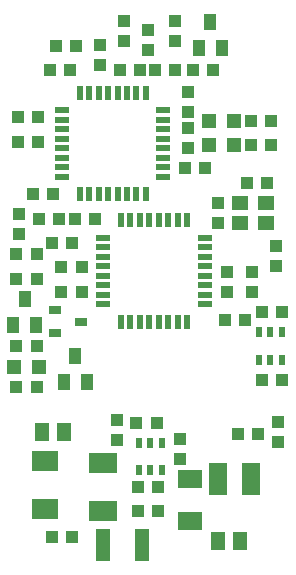
<source format=gbr>
G04 EAGLE Gerber RS-274X export*
G75*
%MOMM*%
%FSLAX34Y34*%
%LPD*%
%INSolderpaste Top*%
%IPPOS*%
%AMOC8*
5,1,8,0,0,1.08239X$1,22.5*%
G01*
%ADD10R,1.100000X1.000000*%
%ADD11R,1.000000X1.100000*%
%ADD12R,1.000000X0.700000*%
%ADD13R,1.270000X0.558800*%
%ADD14R,0.558800X1.270000*%
%ADD15R,1.000000X1.400000*%
%ADD16R,1.200000X1.200000*%
%ADD17R,2.160000X1.780000*%
%ADD18R,1.200000X2.800000*%
%ADD19R,0.600000X0.900000*%
%ADD20R,1.400000X1.200000*%
%ADD21R,1.300000X1.500000*%
%ADD22R,1.600000X2.700000*%
%ADD23R,2.100000X1.500000*%
%ADD24R,2.400000X1.800000*%


D10*
X32313Y452438D03*
X15313Y452438D03*
X156600Y430213D03*
X173600Y430213D03*
D11*
X84138Y533963D03*
X84138Y516963D03*
D10*
X79938Y387350D03*
X62938Y387350D03*
D11*
X125413Y546663D03*
X125413Y529663D03*
D12*
X68150Y300038D03*
X46150Y290538D03*
X46150Y309538D03*
D11*
X45013Y407988D03*
X28013Y407988D03*
X64063Y533400D03*
X47063Y533400D03*
X15313Y473075D03*
X32313Y473075D03*
X32775Y387350D03*
X49775Y387350D03*
X118038Y512763D03*
X101038Y512763D03*
D10*
X158750Y494275D03*
X158750Y477275D03*
X158750Y464113D03*
X158750Y447113D03*
D11*
X42300Y512763D03*
X59300Y512763D03*
X13725Y336550D03*
X30725Y336550D03*
D10*
X15875Y374088D03*
X15875Y391088D03*
D11*
X30725Y279400D03*
X13725Y279400D03*
X148200Y512763D03*
X131200Y512763D03*
D10*
X147638Y554600D03*
X147638Y537600D03*
D11*
X179950Y512763D03*
X162950Y512763D03*
D13*
X52324Y478850D03*
X52324Y470850D03*
X52324Y462850D03*
X52324Y454850D03*
X52324Y446850D03*
X52324Y438850D03*
X52324Y430850D03*
X52324Y422850D03*
D14*
X67250Y407924D03*
X75250Y407924D03*
X83250Y407924D03*
X91250Y407924D03*
X99250Y407924D03*
X107250Y407924D03*
X115250Y407924D03*
X123250Y407924D03*
D13*
X138176Y422850D03*
X138176Y430850D03*
X138176Y438850D03*
X138176Y446850D03*
X138176Y454850D03*
X138176Y462850D03*
X138176Y470850D03*
X138176Y478850D03*
D14*
X123250Y493776D03*
X115250Y493776D03*
X107250Y493776D03*
X99250Y493776D03*
X91250Y493776D03*
X83250Y493776D03*
X75250Y493776D03*
X67250Y493776D03*
D11*
X184150Y400613D03*
X184150Y383613D03*
D10*
X208988Y417513D03*
X225988Y417513D03*
D11*
X212725Y341875D03*
X212725Y324875D03*
X206938Y301625D03*
X189938Y301625D03*
D10*
X13725Y357188D03*
X30725Y357188D03*
X51825Y325438D03*
X68825Y325438D03*
D15*
X20638Y318975D03*
X30138Y296975D03*
X11138Y296975D03*
D11*
X212163Y469900D03*
X229163Y469900D03*
D16*
X197825Y469900D03*
X176825Y469900D03*
D11*
X212163Y449263D03*
X229163Y449263D03*
D16*
X197825Y449263D03*
X176825Y449263D03*
D11*
X133913Y139700D03*
X116913Y139700D03*
D10*
X68825Y346075D03*
X51825Y346075D03*
D11*
X192088Y324875D03*
X192088Y341875D03*
D10*
X43888Y117475D03*
X60888Y117475D03*
D17*
X38100Y182225D03*
X38100Y141525D03*
D11*
X13725Y244475D03*
X30725Y244475D03*
D16*
X11725Y261938D03*
X32725Y261938D03*
D18*
X119688Y111125D03*
X86688Y111125D03*
D11*
X152400Y183588D03*
X152400Y200588D03*
X115325Y214313D03*
X132325Y214313D03*
D10*
X98425Y199463D03*
X98425Y216463D03*
D11*
X104775Y537600D03*
X104775Y554600D03*
D13*
X173101Y314900D03*
X173101Y322900D03*
X173101Y330900D03*
X173101Y338900D03*
X173101Y346900D03*
X173101Y354900D03*
X173101Y362900D03*
X173101Y370900D03*
D14*
X158175Y385826D03*
X150175Y385826D03*
X142175Y385826D03*
X134175Y385826D03*
X126175Y385826D03*
X118175Y385826D03*
X110175Y385826D03*
X102175Y385826D03*
D13*
X87249Y370900D03*
X87249Y362900D03*
X87249Y354900D03*
X87249Y346900D03*
X87249Y338900D03*
X87249Y330900D03*
X87249Y322900D03*
X87249Y314900D03*
D14*
X102175Y299974D03*
X110175Y299974D03*
X118175Y299974D03*
X126175Y299974D03*
X134175Y299974D03*
X142175Y299974D03*
X150175Y299974D03*
X158175Y299974D03*
D19*
X219100Y267900D03*
X228600Y267900D03*
X238100Y267900D03*
X238100Y290900D03*
X228600Y290900D03*
X219100Y290900D03*
D11*
X238688Y307975D03*
X221688Y307975D03*
D10*
X233363Y364100D03*
X233363Y347100D03*
X221688Y250825D03*
X238688Y250825D03*
X43888Y366713D03*
X60888Y366713D03*
D15*
X63500Y271350D03*
X73000Y249350D03*
X54000Y249350D03*
D10*
X234950Y214875D03*
X234950Y197875D03*
X201050Y204788D03*
X218050Y204788D03*
D19*
X136500Y197238D03*
X127000Y197238D03*
X117500Y197238D03*
X117500Y174238D03*
X127000Y174238D03*
X136500Y174238D03*
D11*
X133913Y160338D03*
X116913Y160338D03*
D20*
X203313Y383613D03*
X225313Y383613D03*
X225313Y400613D03*
X203313Y400613D03*
D21*
X184175Y114300D03*
X203175Y114300D03*
X53950Y206375D03*
X34950Y206375D03*
D22*
X184438Y166688D03*
X212438Y166688D03*
D23*
X160338Y131225D03*
X160338Y167225D03*
D24*
X87313Y180588D03*
X87313Y140088D03*
D15*
X177800Y553925D03*
X187300Y531925D03*
X168300Y531925D03*
M02*

</source>
